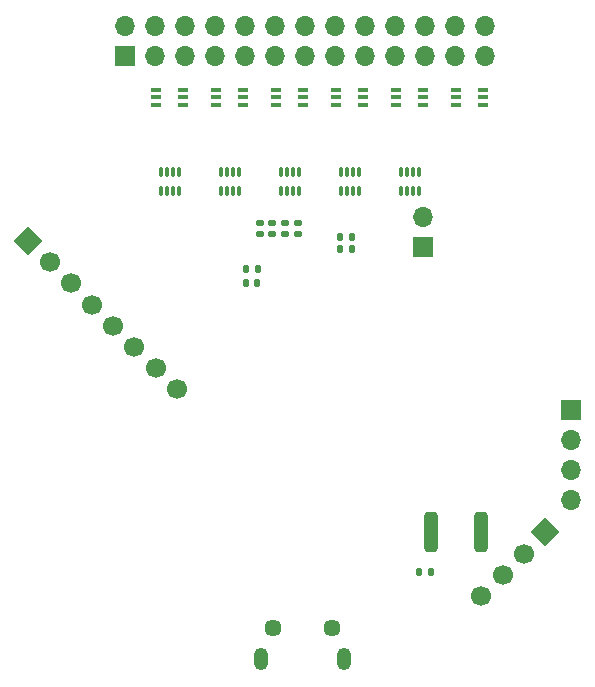
<source format=gbr>
%TF.GenerationSoftware,KiCad,Pcbnew,(6.0.10)*%
%TF.CreationDate,2023-01-11T14:45:21-05:00*%
%TF.ProjectId,cyton hat,6379746f-6e20-4686-9174-2e6b69636164,rev?*%
%TF.SameCoordinates,Original*%
%TF.FileFunction,Soldermask,Bot*%
%TF.FilePolarity,Negative*%
%FSLAX46Y46*%
G04 Gerber Fmt 4.6, Leading zero omitted, Abs format (unit mm)*
G04 Created by KiCad (PCBNEW (6.0.10)) date 2023-01-11 14:45:21*
%MOMM*%
%LPD*%
G01*
G04 APERTURE LIST*
G04 Aperture macros list*
%AMRoundRect*
0 Rectangle with rounded corners*
0 $1 Rounding radius*
0 $2 $3 $4 $5 $6 $7 $8 $9 X,Y pos of 4 corners*
0 Add a 4 corners polygon primitive as box body*
4,1,4,$2,$3,$4,$5,$6,$7,$8,$9,$2,$3,0*
0 Add four circle primitives for the rounded corners*
1,1,$1+$1,$2,$3*
1,1,$1+$1,$4,$5*
1,1,$1+$1,$6,$7*
1,1,$1+$1,$8,$9*
0 Add four rect primitives between the rounded corners*
20,1,$1+$1,$2,$3,$4,$5,0*
20,1,$1+$1,$4,$5,$6,$7,0*
20,1,$1+$1,$6,$7,$8,$9,0*
20,1,$1+$1,$8,$9,$2,$3,0*%
%AMHorizOval*
0 Thick line with rounded ends*
0 $1 width*
0 $2 $3 position (X,Y) of the first rounded end (center of the circle)*
0 $4 $5 position (X,Y) of the second rounded end (center of the circle)*
0 Add line between two ends*
20,1,$1,$2,$3,$4,$5,0*
0 Add two circle primitives to create the rounded ends*
1,1,$1,$2,$3*
1,1,$1,$4,$5*%
%AMRotRect*
0 Rectangle, with rotation*
0 The origin of the aperture is its center*
0 $1 length*
0 $2 width*
0 $3 Rotation angle, in degrees counterclockwise*
0 Add horizontal line*
21,1,$1,$2,0,0,$3*%
G04 Aperture macros list end*
%ADD10RotRect,1.700000X1.700000X315.000000*%
%ADD11HorizOval,1.700000X0.000000X0.000000X0.000000X0.000000X0*%
%ADD12R,1.700000X1.700000*%
%ADD13O,1.700000X1.700000*%
%ADD14O,1.200000X1.900000*%
%ADD15C,1.450000*%
%ADD16RotRect,1.700000X1.700000X45.000000*%
%ADD17HorizOval,1.700000X0.000000X0.000000X0.000000X0.000000X0*%
%ADD18RoundRect,0.140000X0.140000X0.170000X-0.140000X0.170000X-0.140000X-0.170000X0.140000X-0.170000X0*%
%ADD19RoundRect,0.140000X-0.170000X0.140000X-0.170000X-0.140000X0.170000X-0.140000X0.170000X0.140000X0*%
%ADD20RoundRect,0.010500X0.094500X-0.374500X0.094500X0.374500X-0.094500X0.374500X-0.094500X-0.374500X0*%
%ADD21RoundRect,0.010500X-0.094500X0.374500X-0.094500X-0.374500X0.094500X-0.374500X0.094500X0.374500X0*%
%ADD22R,0.850900X0.355600*%
%ADD23RoundRect,0.250000X0.312500X1.450000X-0.312500X1.450000X-0.312500X-1.450000X0.312500X-1.450000X0*%
%ADD24RoundRect,0.140000X-0.140000X-0.170000X0.140000X-0.170000X0.140000X0.170000X-0.140000X0.170000X0*%
%ADD25RoundRect,0.147500X0.147500X0.172500X-0.147500X0.172500X-0.147500X-0.172500X0.147500X-0.172500X0*%
G04 APERTURE END LIST*
D10*
%TO.C,J3*%
X160248600Y-125323600D03*
D11*
X158452549Y-127119651D03*
X156656498Y-128915702D03*
X154860446Y-130711754D03*
%TD*%
D12*
%TO.C,J1*%
X124663200Y-84988400D03*
D13*
X124663200Y-82448400D03*
X127203200Y-84988400D03*
X127203200Y-82448400D03*
X129743200Y-84988400D03*
X129743200Y-82448400D03*
X132283200Y-84988400D03*
X132283200Y-82448400D03*
X134823200Y-84988400D03*
X134823200Y-82448400D03*
X137363200Y-84988400D03*
X137363200Y-82448400D03*
X139903200Y-84988400D03*
X139903200Y-82448400D03*
X142443200Y-84988400D03*
X142443200Y-82448400D03*
X144983200Y-84988400D03*
X144983200Y-82448400D03*
X147523200Y-84988400D03*
X147523200Y-82448400D03*
X150063200Y-84988400D03*
X150063200Y-82448400D03*
X152603200Y-84988400D03*
X152603200Y-82448400D03*
X155143200Y-84988400D03*
X155143200Y-82448400D03*
%TD*%
D12*
%TO.C,J5*%
X162433000Y-114960400D03*
D13*
X162433000Y-117500400D03*
X162433000Y-120040400D03*
X162433000Y-122580400D03*
%TD*%
D14*
%TO.C,CONN1*%
X136200000Y-136080300D03*
X143200000Y-136080300D03*
D15*
X137200000Y-133380300D03*
X142200000Y-133380300D03*
%TD*%
D12*
%TO.C,J4*%
X149910800Y-101142800D03*
D13*
X149910800Y-98602800D03*
%TD*%
D16*
%TO.C,J2*%
X116500000Y-100650000D03*
D17*
X118296051Y-102446051D03*
X120092102Y-104242102D03*
X121888154Y-106038154D03*
X123684205Y-107834205D03*
X125480256Y-109630256D03*
X127276307Y-111426307D03*
X129072359Y-113222359D03*
%TD*%
D18*
%TO.C,C26*%
X143865600Y-101346000D03*
X142905600Y-101346000D03*
%TD*%
D19*
%TO.C,C25*%
X136093200Y-99136200D03*
X136093200Y-100096200D03*
%TD*%
D20*
%TO.C,C5*%
X149543200Y-96405600D03*
X149043200Y-96405600D03*
X148543200Y-96405600D03*
X148043200Y-96405600D03*
D21*
X148043200Y-94805600D03*
X148543200Y-94805600D03*
X149043200Y-94805600D03*
X149543200Y-94805600D03*
%TD*%
D20*
%TO.C,C4*%
X144463200Y-96405600D03*
X143963200Y-96405600D03*
X143463200Y-96405600D03*
X142963200Y-96405600D03*
D21*
X142963200Y-94805600D03*
X143463200Y-94805600D03*
X143963200Y-94805600D03*
X144463200Y-94805600D03*
%TD*%
D19*
%TO.C,C20*%
X138252200Y-99136200D03*
X138252200Y-100096200D03*
%TD*%
D22*
%TO.C,D4*%
X144849850Y-87843601D03*
X144849850Y-88493600D03*
X144849850Y-89143599D03*
X142576550Y-89143599D03*
X142576550Y-88493600D03*
X142576550Y-87843601D03*
%TD*%
%TO.C,D6*%
X155009850Y-87843601D03*
X155009850Y-88493600D03*
X155009850Y-89143599D03*
X152736550Y-89143599D03*
X152736550Y-88493600D03*
X152736550Y-87843601D03*
%TD*%
D20*
%TO.C,C1*%
X129223200Y-96405600D03*
X128723200Y-96405600D03*
X128223200Y-96405600D03*
X127723200Y-96405600D03*
D21*
X127723200Y-94805600D03*
X128223200Y-94805600D03*
X128723200Y-94805600D03*
X129223200Y-94805600D03*
%TD*%
D23*
%TO.C,F1*%
X154842300Y-125298200D03*
X150567300Y-125298200D03*
%TD*%
D24*
%TO.C,C9*%
X134902000Y-104244200D03*
X135862000Y-104244200D03*
%TD*%
D22*
%TO.C,D3*%
X139769850Y-87843601D03*
X139769850Y-88493600D03*
X139769850Y-89143599D03*
X137496550Y-89143599D03*
X137496550Y-88493600D03*
X137496550Y-87843601D03*
%TD*%
D19*
%TO.C,C23*%
X137160000Y-99136200D03*
X137160000Y-100096200D03*
%TD*%
D20*
%TO.C,C3*%
X139383200Y-96391300D03*
X138883200Y-96391300D03*
X138383200Y-96391300D03*
X137883200Y-96391300D03*
D21*
X137883200Y-94791300D03*
X138383200Y-94791300D03*
X138883200Y-94791300D03*
X139383200Y-94791300D03*
%TD*%
D25*
%TO.C,L2*%
X150573600Y-128701800D03*
X149603600Y-128701800D03*
%TD*%
D18*
%TO.C,C24*%
X143865600Y-100279200D03*
X142905600Y-100279200D03*
%TD*%
D22*
%TO.C,D1*%
X129609850Y-87843601D03*
X129609850Y-88493600D03*
X129609850Y-89143599D03*
X127336550Y-89143599D03*
X127336550Y-88493600D03*
X127336550Y-87843601D03*
%TD*%
D20*
%TO.C,C2*%
X134303200Y-96380200D03*
X133803200Y-96380200D03*
X133303200Y-96380200D03*
X132803200Y-96380200D03*
D21*
X132803200Y-94780200D03*
X133303200Y-94780200D03*
X133803200Y-94780200D03*
X134303200Y-94780200D03*
%TD*%
D19*
%TO.C,C22*%
X139344400Y-99136200D03*
X139344400Y-100096200D03*
%TD*%
D22*
%TO.C,D2*%
X134689850Y-87843601D03*
X134689850Y-88493600D03*
X134689850Y-89143599D03*
X132416550Y-89143599D03*
X132416550Y-88493600D03*
X132416550Y-87843601D03*
%TD*%
D24*
%TO.C,C7*%
X134952800Y-103047800D03*
X135912800Y-103047800D03*
%TD*%
D22*
%TO.C,D5*%
X149929850Y-87843601D03*
X149929850Y-88493600D03*
X149929850Y-89143599D03*
X147656550Y-89143599D03*
X147656550Y-88493600D03*
X147656550Y-87843601D03*
%TD*%
M02*

</source>
